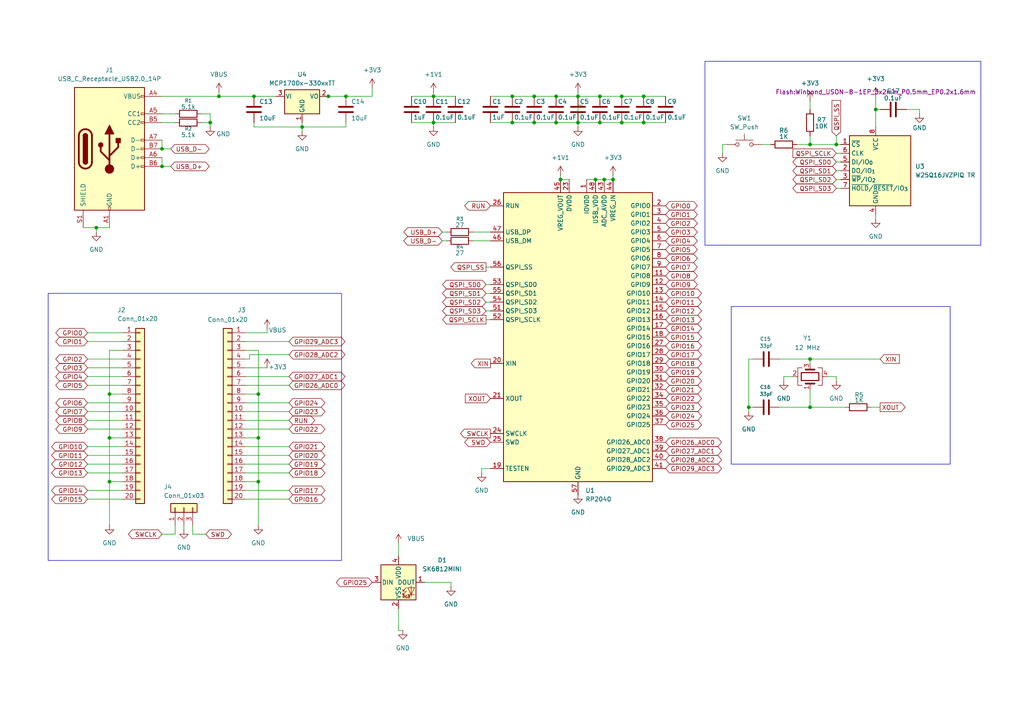
<source format=kicad_sch>
(kicad_sch (version 20250114) (generator "eeschema") (generator_version "9.0")
  (paper "A4")
  (lib_symbols
    (symbol "Connector:USB_C_Receptacle_USB2.0_14P" (pin_names (offset 1.016))
      (property "Reference" "J" (at 0 22.225 0))
      (property "Value" "USB_C_Receptacle_USB2.0_14P" (at 0 19.685 0))
      (symbol "USB_C_Receptacle_USB2.0_14P_1_1"
        (pin passive line (at -7.62 -22.86 90) (length 5.08) (name "SHIELD") (number "S1"))
        (pin passive line (at 0 -22.86 90) (length 5.08) (name "GND") (number "A1"))
        (pin passive line (at 0 -22.86 90) (length 5.08) (hide yes) (name "GND") (number "A12"))
        (pin passive line (at 0 -22.86 90) (length 5.08) (hide yes) (name "GND") (number "B1"))
        (pin passive line (at 0 -22.86 90) (length 5.08) (hide yes) (name "GND") (number "B12"))
        (pin passive line (at 15.24 15.24 180) (length 5.08) (name "VBUS") (number "A4"))
        (pin passive line (at 15.24 15.24 180) (length 5.08) (hide yes) (name "VBUS") (number "A9"))
        (pin passive line (at 15.24 15.24 180) (length 5.08) (hide yes) (name "VBUS") (number "B4"))
        (pin passive line (at 15.24 15.24 180) (length 5.08) (hide yes) (name "VBUS") (number "B9"))
        (pin bidirectional line (at 15.24 10.16 180) (length 5.08) (name "CC1") (number "A5"))
        (pin bidirectional line (at 15.24 7.62 180) (length 5.08) (name "CC2") (number "B5"))
        (pin bidirectional line (at 15.24 2.54 180) (length 5.08) (name "D-") (number "A7"))
        (pin bidirectional line (at 15.24 0 180) (length 5.08) (name "D-") (number "B7"))
        (pin bidirectional line (at 15.24 -2.54 180) (length 5.08) (name "D+") (number "A6"))
        (pin bidirectional line (at 15.24 -5.08 180) (length 5.08) (name "D+") (number "B6"))
      )
    )
    (symbol "Connector_Generic:Conn_01x03" (pin_names (offset 1.016) (hide yes))
      (property "Reference" "J" (at 0 5.08 0))
      (property "Value" "Conn_01x03" (at 0 -5.08 0))
      (symbol "Conn_01x03_1_1"
        (pin passive line (at -5.08 2.54 0) (length 3.81) (name "Pin_1") (number "1"))
        (pin passive line (at -5.08 0 0) (length 3.81) (name "Pin_2") (number "2"))
        (pin passive line (at -5.08 -2.54 0) (length 3.81) (name "Pin_3") (number "3"))
      )
    )
    (symbol "Connector_Generic:Conn_01x20" (pin_names (offset 1.016) (hide yes))
      (property "Reference" "J" (at 0 25.4 0))
      (property "Value" "Conn_01x20" (at 0 -27.94 0))
      (symbol "Conn_01x20_1_1"
        (pin passive line (at -5.08 22.86 0) (length 3.81) (name "Pin_1") (number "1"))
        (pin passive line (at -5.08 20.32 0) (length 3.81) (name "Pin_2") (number "2"))
        (pin passive line (at -5.08 17.78 0) (length 3.81) (name "Pin_3") (number "3"))
        (pin passive line (at -5.08 15.24 0) (length 3.81) (name "Pin_4") (number "4"))
        (pin passive line (at -5.08 12.7 0) (length 3.81) (name "Pin_5") (number "5"))
        (pin passive line (at -5.08 10.16 0) (length 3.81) (name "Pin_6") (number "6"))
        (pin passive line (at -5.08 7.62 0) (length 3.81) (name "Pin_7") (number "7"))
        (pin passive line (at -5.08 5.08 0) (length 3.81) (name "Pin_8") (number "8"))
        (pin passive line (at -5.08 2.54 0) (length 3.81) (name "Pin_9") (number "9"))
        (pin passive line (at -5.08 0 0) (length 3.81) (name "Pin_10") (number "10"))
        (pin passive line (at -5.08 -2.54 0) (length 3.81) (name "Pin_11") (number "11"))
        (pin passive line (at -5.08 -5.08 0) (length 3.81) (name "Pin_12") (number "12"))
        (pin passive line (at -5.08 -7.62 0) (length 3.81) (name "Pin_13") (number "13"))
        (pin passive line (at -5.08 -10.16 0) (length 3.81) (name "Pin_14") (number "14"))
        (pin passive line (at -5.08 -12.7 0) (length 3.81) (name "Pin_15") (number "15"))
        (pin passive line (at -5.08 -15.24 0) (length 3.81) (name "Pin_16") (number "16"))
        (pin passive line (at -5.08 -17.78 0) (length 3.81) (name "Pin_17") (number "17"))
        (pin passive line (at -5.08 -20.32 0) (length 3.81) (name "Pin_18") (number "18"))
        (pin passive line (at -5.08 -22.86 0) (length 3.81) (name "Pin_19") (number "19"))
        (pin passive line (at -5.08 -25.4 0) (length 3.81) (name "Pin_20") (number "20"))
      )
    )
    (symbol "Device:C" (pin_numbers (hide yes)) (pin_names (offset 0.254))
      (property "Reference" "C" (at 0.635 2.54 0))
      (property "Value" "C" (at 0.635 -2.54 0))
      (symbol "C_1_1"
        (pin passive line (at 0 3.81 270) (length 2.794) (name "~") (number "1"))
        (pin passive line (at 0 -3.81 90) (length 2.794) (name "~") (number "2"))
      )
    )
    (symbol "Device:Crystal_GND24" (pin_names (offset 1.016) (hide yes))
      (property "Reference" "Y" (at 3.175 5.08 0))
      (property "Value" "Crystal_GND24" (at 3.175 3.175 0))
      (symbol "Crystal_GND24_1_1"
        (pin passive line (at -3.81 0 0) (length 1.27) (name "1") (number "1"))
        (pin passive line (at 0 5.08 270) (length 1.27) (name "2") (number "2"))
        (pin passive line (at 0 -5.08 90) (length 1.27) (name "4") (number "4"))
        (pin passive line (at 3.81 0 180) (length 1.27) (name "3") (number "3"))
      )
    )
    (symbol "Device:R" (pin_numbers (hide yes)) (pin_names (offset 0))
      (property "Reference" "R" (at 2.032 0 90))
      (property "Value" "R" (at 0 0 90))
      (symbol "R_1_1"
        (pin passive line (at 0 3.81 270) (length 1.27) (name "~") (number "1"))
        (pin passive line (at 0 -3.81 90) (length 1.27) (name "~") (number "2"))
      )
    )
    (symbol "LED:SK6812MINI" (pin_names (offset 0.254))
      (property "Reference" "D" (at 5.08 5.715 0))
      (property "Value" "SK6812MINI" (at 1.27 -5.715 0))
      (symbol "SK6812MINI_0_0"
        (text "RGB" (at 2.286 -4.191 0) (effects (font (size 0.762 0.762))))
      )
      (symbol "SK6812MINI_1_1"
        (pin input line (at -7.62 0 0) (length 2.54) (name "DIN") (number "3"))
        (pin power_in line (at 0 7.62 270) (length 2.54) (name "VDD") (number "4"))
        (pin power_in line (at 0 -7.62 90) (length 2.54) (name "VSS") (number "2"))
        (pin output line (at 7.62 0 180) (length 2.54) (name "DOUT") (number "1"))
      )
    )
    (symbol "MCU_RaspberryPi:RP2040"
      (property "Reference" "U" (at 17.78 45.72 0))
      (property "Value" "RP2040" (at 17.78 43.18 0))
      (symbol "RP2040_1_1"
        (pin input line (at -25.4 38.1 0) (length 3.81) (name "RUN") (number "26"))
        (pin bidirectional line (at -25.4 30.48 0) (length 3.81) (name "USB_DP") (number "47"))
        (pin bidirectional line (at -25.4 27.94 0) (length 3.81) (name "USB_DM") (number "46"))
        (pin bidirectional line (at -25.4 20.32 0) (length 3.81) (name "QSPI_SS") (number "56"))
        (pin bidirectional line (at -25.4 15.24 0) (length 3.81) (name "QSPI_SD0") (number "53"))
        (pin bidirectional line (at -25.4 12.7 0) (length 3.81) (name "QSPI_SD1") (number "55"))
        (pin bidirectional line (at -25.4 10.16 0) (length 3.81) (name "QSPI_SD2") (number "54"))
        (pin bidirectional line (at -25.4 7.62 0) (length 3.81) (name "QSPI_SD3") (number "51"))
        (pin output line (at -25.4 5.08 0) (length 3.81) (name "QSPI_SCLK") (number "52"))
        (pin input line (at -25.4 -7.62 0) (length 3.81) (name "XIN") (number "20"))
        (pin passive line (at -25.4 -17.78 0) (length 3.81) (name "XOUT") (number "21"))
        (pin input line (at -25.4 -27.94 0) (length 3.81) (name "SWCLK") (number "24"))
        (pin bidirectional line (at -25.4 -30.48 0) (length 3.81) (name "SWD") (number "25"))
        (pin input line (at -25.4 -38.1 0) (length 3.81) (name "TESTEN") (number "19"))
        (pin power_out line (at -5.08 45.72 270) (length 3.81) (name "VREG_VOUT") (number "45"))
        (pin power_in line (at -2.54 45.72 270) (length 3.81) (name "DVDD") (number "23"))
        (pin passive line (at -2.54 45.72 270) (length 3.81) (hide yes) (name "DVDD") (number "50"))
        (pin power_in line (at 0 -45.72 90) (length 3.81) (name "GND") (number "57"))
        (pin power_in line (at 2.54 45.72 270) (length 3.81) (name "IOVDD") (number "1"))
        (pin passive line (at 2.54 45.72 270) (length 3.81) (hide yes) (name "IOVDD") (number "10"))
        (pin passive line (at 2.54 45.72 270) (length 3.81) (hide yes) (name "IOVDD") (number "22"))
        (pin passive line (at 2.54 45.72 270) (length 3.81) (hide yes) (name "IOVDD") (number "33"))
        (pin passive line (at 2.54 45.72 270) (length 3.81) (hide yes) (name "IOVDD") (number "42"))
        (pin passive line (at 2.54 45.72 270) (length 3.81) (hide yes) (name "IOVDD") (number "49"))
        (pin power_in line (at 5.08 45.72 270) (length 3.81) (name "USB_VDD") (number "48"))
        (pin power_in line (at 7.62 45.72 270) (length 3.81) (name "ADC_AVDD") (number "43"))
        (pin power_in line (at 10.16 45.72 270) (length 3.81) (name "VREG_IN") (number "44"))
        (pin bidirectional line (at 25.4 38.1 180) (length 3.81) (name "GPIO0") (number "2"))
        (pin bidirectional line (at 25.4 35.56 180) (length 3.81) (name "GPIO1") (number "3"))
        (pin bidirectional line (at 25.4 33.02 180) (length 3.81) (name "GPIO2") (number "4"))
        (pin bidirectional line (at 25.4 30.48 180) (length 3.81) (name "GPIO3") (number "5"))
        (pin bidirectional line (at 25.4 27.94 180) (length 3.81) (name "GPIO4") (number "6"))
        (pin bidirectional line (at 25.4 25.4 180) (length 3.81) (name "GPIO5") (number "7"))
        (pin bidirectional line (at 25.4 22.86 180) (length 3.81) (name "GPIO6") (number "8"))
        (pin bidirectional line (at 25.4 20.32 180) (length 3.81) (name "GPIO7") (number "9"))
        (pin bidirectional line (at 25.4 17.78 180) (length 3.81) (name "GPIO8") (number "11"))
        (pin bidirectional line (at 25.4 15.24 180) (length 3.81) (name "GPIO9") (number "12"))
        (pin bidirectional line (at 25.4 12.7 180) (length 3.81) (name "GPIO10") (number "13"))
        (pin bidirectional line (at 25.4 10.16 180) (length 3.81) (name "GPIO11") (number "14"))
        (pin bidirectional line (at 25.4 7.62 180) (length 3.81) (name "GPIO12") (number "15"))
        (pin bidirectional line (at 25.4 5.08 180) (length 3.81) (name "GPIO13") (number "16"))
        (pin bidirectional line (at 25.4 2.54 180) (length 3.81) (name "GPIO14") (number "17"))
        (pin bidirectional line (at 25.4 0 180) (length 3.81) (name "GPIO15") (number "18"))
        (pin bidirectional line (at 25.4 -2.54 180) (length 3.81) (name "GPIO16") (number "27"))
        (pin bidirectional line (at 25.4 -5.08 180) (length 3.81) (name "GPIO17") (number "28"))
        (pin bidirectional line (at 25.4 -7.62 180) (length 3.81) (name "GPIO18") (number "29"))
        (pin bidirectional line (at 25.4 -10.16 180) (length 3.81) (name "GPIO19") (number "30"))
        (pin bidirectional line (at 25.4 -12.7 180) (length 3.81) (name "GPIO20") (number "31"))
        (pin bidirectional line (at 25.4 -15.24 180) (length 3.81) (name "GPIO21") (number "32"))
        (pin bidirectional line (at 25.4 -17.78 180) (length 3.81) (name "GPIO22") (number "34"))
        (pin bidirectional line (at 25.4 -20.32 180) (length 3.81) (name "GPIO23") (number "35"))
        (pin bidirectional line (at 25.4 -22.86 180) (length 3.81) (name "GPIO24") (number "36"))
        (pin bidirectional line (at 25.4 -25.4 180) (length 3.81) (name "GPIO25") (number "37"))
        (pin bidirectional line (at 25.4 -30.48 180) (length 3.81) (name "GPIO26_ADC0") (number "38"))
        (pin bidirectional line (at 25.4 -33.02 180) (length 3.81) (name "GPIO27_ADC1") (number "39"))
        (pin bidirectional line (at 25.4 -35.56 180) (length 3.81) (name "GPIO28_ADC2") (number "40"))
        (pin bidirectional line (at 25.4 -38.1 180) (length 3.81) (name "GPIO29_ADC3") (number "41"))
      )
    )
    (symbol "Memory_Flash:W25Q128JVS"
      (property "Reference" "U" (at -6.35 11.43 0))
      (property "Value" "W25Q128JVS" (at 7.62 11.43 0))
      (symbol "W25Q128JVS_1_1"
        (pin input line (at -10.16 7.62 0) (length 2.54) (name "~{CS}") (number "1"))
        (pin input line (at -10.16 5.08 0) (length 2.54) (name "CLK") (number "6"))
        (pin bidirectional line (at -10.16 2.54 0) (length 2.54) (name "DI/IO_{0}") (number "5"))
        (pin bidirectional line (at -10.16 0 0) (length 2.54) (name "DO/IO_{1}") (number "2"))
        (pin bidirectional line (at -10.16 -2.54 0) (length 2.54) (name "~{WP}/IO_{2}") (number "3"))
        (pin bidirectional line (at -10.16 -5.08 0) (length 2.54) (name "~{HOLD}/~{RESET}/IO_{3}") (number "7"))
        (pin power_in line (at 0 12.7 270) (length 2.54) (name "VCC") (number "8"))
        (pin power_in line (at 0 -12.7 90) (length 2.54) (name "GND") (number "4"))
      )
    )
    (symbol "Regulator_Linear:MCP1700x-330xxTT" (pin_names (offset 0.254))
      (property "Reference" "U" (at -3.81 3.175 0))
      (property "Value" "MCP1700x-330xxTT" (at 0 3.175 0))
      (symbol "MCP1700x-330xxTT_1_1"
        (pin power_in line (at -7.62 0 0) (length 2.54) (name "VI") (number "3"))
        (pin power_in line (at 0 -7.62 90) (length 2.54) (name "GND") (number "1"))
        (pin power_out line (at 7.62 0 180) (length 2.54) (name "VO") (number "2"))
      )
    )
    (symbol "Switch:SW_Push" (pin_numbers (hide yes)) (pin_names (offset 1.016) (hide yes))
      (property "Reference" "SW" (at 1.27 2.54 0))
      (property "Value" "SW_Push" (at 0 -1.524 0))
      (symbol "SW_Push_0_1"
        (pin passive line (at -5.08 0 0) (length 2.54) (name "1") (number "1"))
        (pin passive line (at 5.08 0 180) (length 2.54) (name "2") (number "2"))
      )
    )
    (symbol "power:+1V1" (power) (pin_numbers (hide yes)) (pin_names (offset 0) (hide yes))
      (property "Value" "+1V1" (at 0 3.556 0))
      (symbol "+1V1_1_1"
        (pin power_in line (at 0 0 90) (length 0) (name "~") (number "1"))
      )
    )
    (symbol "power:+3.3V" (power) (pin_numbers (hide yes)) (pin_names (offset 0) (hide yes))
      (property "Value" "+3.3V" (at 0 3.556 0))
      (symbol "+3.3V_1_1"
        (pin power_in line (at 0 0 90) (length 0) (name "~") (number "1"))
      )
    )
    (symbol "power:+3V3" (power) (pin_numbers (hide yes)) (pin_names (offset 0) (hide yes))
      (property "Value" "+3V3" (at 0 3.556 0))
      (symbol "+3V3_1_1"
        (pin power_in line (at 0 0 90) (length 0) (name "~") (number "1"))
      )
    )
    (symbol "power:GND" (power) (pin_numbers (hide yes)) (pin_names (offset 0) (hide yes))
      (property "Value" "GND" (at 0 -3.81 0))
      (symbol "GND_1_1"
        (pin power_in line (at 0 0 270) (length 0) (name "~") (number "1"))
      )
    )
    (symbol "power:VBUS" (power) (pin_numbers (hide yes)) (pin_names (offset 0) (hide yes))
      (property "Value" "VBUS" (at 0 3.556 0))
      (symbol "VBUS_1_1"
        (pin power_in line (at 0 0 90) (length 0) (name "~") (number "1"))
      )
    )
  )
  (rectangle (start 212.09 88.9) (end 275.59 134.62))
  (rectangle (start 13.97 85.09) (end 99.06 162.56))
  (rectangle (start 204.47 17.78) (end 284.48 71.12))
  (junction (at 254 31.75))
  (junction (at 161.29 27.94))
  (junction (at 175.26 52.07))
  (junction (at 161.29 35.56))
  (junction (at 177.8 52.07))
  (junction (at 100.33 27.94))
  (junction (at 234.95 118.11))
  (junction (at 180.34 35.56))
  (junction (at 27.94 66.04))
  (junction (at 31.75 114.3))
  (junction (at 180.34 27.94))
  (junction (at 46.99 48.26))
  (junction (at 63.5 27.94))
  (junction (at 234.95 104.14))
  (junction (at 74.93 114.3))
  (junction (at 95.25 27.94))
  (junction (at 186.69 35.56))
  (junction (at 173.99 35.56))
  (junction (at 148.59 27.94))
  (junction (at 87.63 36.83))
  (junction (at 74.93 127))
  (junction (at 74.93 139.7))
  (junction (at 242.57 41.91))
  (junction (at 154.94 27.94))
  (junction (at 162.56 52.07))
  (junction (at 46.99 43.18))
  (junction (at 186.69 27.94))
  (junction (at 167.64 35.56))
  (junction (at 31.75 139.7))
  (junction (at 60.96 35.56))
  (junction (at 148.59 35.56))
  (junction (at 234.95 41.91))
  (junction (at 217.17 118.11))
  (junction (at 167.64 27.94))
  (junction (at 125.73 35.56))
  (junction (at 31.75 127))
  (junction (at 154.94 35.56))
  (junction (at 173.99 27.94))
  (junction (at 172.72 52.07))
  (junction (at 73.66 27.94))
  (junction (at 125.73 27.94))
  (wire (pts (xy 177.8 50.8) (xy 177.8 52.07)))
  (wire (pts (xy 74.93 101.6) (xy 74.93 114.3)))
  (wire (pts (xy 25.4 134.62) (xy 35.56 134.62)))
  (wire (pts (xy 161.29 35.56) (xy 167.64 35.56)))
  (wire (pts (xy 137.16 67.31) (xy 142.24 67.31)))
  (wire (pts (xy 148.59 27.94) (xy 154.94 27.94)))
  (wire (pts (xy 35.56 139.7) (xy 31.75 139.7)))
  (wire (pts (xy 107.95 25.4) (xy 107.95 27.94)))
  (wire (pts (xy 71.12 106.68) (xy 77.47 106.68)))
  (wire (pts (xy 24.13 66.04) (xy 27.94 66.04)))
  (wire (pts (xy 242.57 44.45) (xy 243.84 44.45)))
  (wire (pts (xy 220.98 41.91) (xy 223.52 41.91)))
  (wire (pts (xy 140.97 85.09) (xy 142.24 85.09)))
  (wire (pts (xy 25.4 142.24) (xy 35.56 142.24)))
  (wire (pts (xy 170.18 52.07) (xy 172.72 52.07)))
  (wire (pts (xy 130.81 168.91) (xy 130.81 170.18)))
  (wire (pts (xy 262.89 31.75) (xy 266.7 31.75)))
  (wire (pts (xy 242.57 41.91) (xy 243.84 41.91)))
  (wire (pts (xy 115.57 176.53) (xy 115.57 182.88)))
  (wire (pts (xy 186.69 35.56) (xy 193.04 35.56)))
  (wire (pts (xy 46.99 33.02) (xy 50.8 33.02)))
  (wire (pts (xy 83.82 134.62) (xy 71.12 134.62)))
  (wire (pts (xy 71.12 127) (xy 74.93 127)))
  (wire (pts (xy 173.99 27.94) (xy 180.34 27.94)))
  (wire (pts (xy 125.73 27.94) (xy 132.08 27.94)))
  (wire (pts (xy 83.82 142.24) (xy 71.12 142.24)))
  (wire (pts (xy 125.73 35.56) (xy 132.08 35.56)))
  (wire (pts (xy 60.96 35.56) (xy 60.96 36.83)))
  (wire (pts (xy 27.94 66.04) (xy 31.75 66.04)))
  (wire (pts (xy 25.4 137.16) (xy 35.56 137.16)))
  (wire (pts (xy 50.8 152.4) (xy 50.8 154.94)))
  (wire (pts (xy 83.82 116.84) (xy 71.12 116.84)))
  (wire (pts (xy 234.95 104.14) (xy 234.95 105.41)))
  (wire (pts (xy 172.72 52.07) (xy 175.26 52.07)))
  (wire (pts (xy 25.4 104.14) (xy 35.56 104.14)))
  (wire (pts (xy 162.56 52.07) (xy 165.1 52.07)))
  (wire (pts (xy 55.88 154.94) (xy 59.69 154.94)))
  (wire (pts (xy 73.66 36.83) (xy 87.63 36.83)))
  (wire (pts (xy 140.97 92.71) (xy 142.24 92.71)))
  (wire (pts (xy 229.87 109.22) (xy 227.33 109.22)))
  (wire (pts (xy 242.57 49.53) (xy 243.84 49.53)))
  (wire (pts (xy 173.99 35.56) (xy 180.34 35.56)))
  (wire (pts (xy 25.4 111.76) (xy 35.56 111.76)))
  (wire (pts (xy 128.27 67.31) (xy 129.54 67.31)))
  (wire (pts (xy 175.26 52.07) (xy 177.8 52.07)))
  (wire (pts (xy 167.64 26.67) (xy 167.64 27.94)))
  (wire (pts (xy 209.55 41.91) (xy 209.55 44.45)))
  (wire (pts (xy 115.57 182.88) (xy 116.84 182.88)))
  (wire (pts (xy 46.99 43.18) (xy 49.53 43.18)))
  (wire (pts (xy 142.24 27.94) (xy 148.59 27.94)))
  (wire (pts (xy 234.95 39.37) (xy 234.95 41.91)))
  (wire (pts (xy 46.99 48.26) (xy 49.53 48.26)))
  (wire (pts (xy 123.19 168.91) (xy 130.81 168.91)))
  (wire (pts (xy 217.17 118.11) (xy 217.17 119.38)))
  (wire (pts (xy 254 31.75) (xy 255.27 31.75)))
  (wire (pts (xy 46.99 154.94) (xy 50.8 154.94)))
  (wire (pts (xy 242.57 46.99) (xy 243.84 46.99)))
  (wire (pts (xy 167.64 30.48) (xy 168.91 30.48)))
  (wire (pts (xy 25.4 106.68) (xy 35.56 106.68)))
  (wire (pts (xy 217.17 104.14) (xy 218.44 104.14)))
  (wire (pts (xy 167.64 35.56) (xy 167.64 36.83)))
  (wire (pts (xy 234.95 41.91) (xy 242.57 41.91)))
  (wire (pts (xy 31.75 114.3) (xy 31.75 127)))
  (wire (pts (xy 231.14 41.91) (xy 234.95 41.91)))
  (wire (pts (xy 125.73 35.56) (xy 125.73 36.83)))
  (wire (pts (xy 242.57 52.07) (xy 243.84 52.07)))
  (wire (pts (xy 25.4 121.92) (xy 35.56 121.92)))
  (wire (pts (xy 142.24 135.89) (xy 139.7 135.89)))
  (wire (pts (xy 83.82 121.92) (xy 71.12 121.92)))
  (wire (pts (xy 60.96 33.02) (xy 60.96 35.56)))
  (wire (pts (xy 63.5 26.67) (xy 63.5 27.94)))
  (wire (pts (xy 266.7 31.75) (xy 266.7 33.02)))
  (wire (pts (xy 242.57 39.37) (xy 242.57 41.91)))
  (wire (pts (xy 25.4 129.54) (xy 35.56 129.54)))
  (wire (pts (xy 162.56 50.8) (xy 162.56 52.07)))
  (wire (pts (xy 53.34 152.4) (xy 53.34 153.67)))
  (wire (pts (xy 25.4 124.46) (xy 35.56 124.46)))
  (wire (pts (xy 128.27 69.85) (xy 129.54 69.85)))
  (wire (pts (xy 83.82 119.38) (xy 71.12 119.38)))
  (wire (pts (xy 77.47 95.25) (xy 77.47 96.52)))
  (wire (pts (xy 234.95 113.03) (xy 234.95 118.11)))
  (wire (pts (xy 25.4 99.06) (xy 35.56 99.06)))
  (wire (pts (xy 46.99 40.64) (xy 46.99 43.18)))
  (wire (pts (xy 161.29 27.94) (xy 167.64 27.94)))
  (wire (pts (xy 71.12 139.7) (xy 74.93 139.7)))
  (wire (pts (xy 167.64 35.56) (xy 167.64 30.48)))
  (wire (pts (xy 240.03 109.22) (xy 242.57 109.22)))
  (wire (pts (xy 254 31.75) (xy 254 36.83)))
  (wire (pts (xy 58.42 33.02) (xy 60.96 33.02)))
  (wire (pts (xy 167.64 35.56) (xy 173.99 35.56)))
  (wire (pts (xy 31.75 101.6) (xy 31.75 114.3)))
  (wire (pts (xy 92.71 27.94) (xy 95.25 27.94)))
  (wire (pts (xy 83.82 102.87) (xy 72.39 102.87)))
  (wire (pts (xy 226.06 104.14) (xy 234.95 104.14)))
  (wire (pts (xy 137.16 69.85) (xy 142.24 69.85)))
  (wire (pts (xy 83.82 144.78) (xy 71.12 144.78)))
  (wire (pts (xy 217.17 118.11) (xy 217.17 104.14)))
  (wire (pts (xy 100.33 35.56) (xy 100.33 36.83)))
  (wire (pts (xy 234.95 104.14) (xy 255.27 104.14)))
  (wire (pts (xy 87.63 36.83) (xy 100.33 36.83)))
  (wire (pts (xy 35.56 101.6) (xy 31.75 101.6)))
  (wire (pts (xy 140.97 87.63) (xy 142.24 87.63)))
  (wire (pts (xy 87.63 36.83) (xy 87.63 38.1)))
  (wire (pts (xy 167.64 27.94) (xy 173.99 27.94)))
  (wire (pts (xy 119.38 35.56) (xy 125.73 35.56)))
  (wire (pts (xy 180.34 35.56) (xy 186.69 35.56)))
  (wire (pts (xy 100.33 27.94) (xy 107.95 27.94)))
  (wire (pts (xy 31.75 127) (xy 31.75 139.7)))
  (wire (pts (xy 234.95 118.11) (xy 245.11 118.11)))
  (wire (pts (xy 87.63 35.56) (xy 87.63 36.83)))
  (wire (pts (xy 142.24 35.56) (xy 148.59 35.56)))
  (wire (pts (xy 180.34 27.94) (xy 186.69 27.94)))
  (wire (pts (xy 73.66 36.83) (xy 73.66 35.56)))
  (wire (pts (xy 72.39 104.14) (xy 71.12 104.14)))
  (wire (pts (xy 83.82 111.76) (xy 71.12 111.76)))
  (wire (pts (xy 83.82 137.16) (xy 71.12 137.16)))
  (wire (pts (xy 74.93 127) (xy 74.93 139.7)))
  (wire (pts (xy 218.44 118.11) (xy 217.17 118.11)))
  (wire (pts (xy 95.25 27.94) (xy 100.33 27.94)))
  (wire (pts (xy 25.4 96.52) (xy 35.56 96.52)))
  (wire (pts (xy 83.82 129.54) (xy 71.12 129.54)))
  (wire (pts (xy 139.7 135.89) (xy 139.7 137.16)))
  (wire (pts (xy 140.97 77.47) (xy 142.24 77.47)))
  (wire (pts (xy 115.57 157.48) (xy 115.57 161.29)))
  (wire (pts (xy 71.12 114.3) (xy 74.93 114.3)))
  (wire (pts (xy 119.38 27.94) (xy 125.73 27.94)))
  (wire (pts (xy 73.66 27.94) (xy 80.01 27.94)))
  (wire (pts (xy 242.57 54.61) (xy 243.84 54.61)))
  (wire (pts (xy 140.97 90.17) (xy 142.24 90.17)))
  (wire (pts (xy 60.96 35.56) (xy 58.42 35.56)))
  (wire (pts (xy 83.82 124.46) (xy 71.12 124.46)))
  (wire (pts (xy 242.57 110.49) (xy 242.57 109.22)))
  (wire (pts (xy 35.56 127) (xy 31.75 127)))
  (wire (pts (xy 31.75 114.3) (xy 35.56 114.3)))
  (wire (pts (xy 72.39 102.87) (xy 72.39 104.14)))
  (wire (pts (xy 27.94 67.31) (xy 27.94 66.04)))
  (wire (pts (xy 25.4 132.08) (xy 35.56 132.08)))
  (wire (pts (xy 140.97 82.55) (xy 142.24 82.55)))
  (wire (pts (xy 74.93 114.3) (xy 74.93 127)))
  (wire (pts (xy 31.75 139.7) (xy 31.75 152.4)))
  (wire (pts (xy 252.73 118.11) (xy 255.27 118.11)))
  (wire (pts (xy 46.99 45.72) (xy 46.99 48.26)))
  (wire (pts (xy 154.94 27.94) (xy 161.29 27.94)))
  (wire (pts (xy 25.4 144.78) (xy 35.56 144.78)))
  (wire (pts (xy 25.4 116.84) (xy 35.56 116.84)))
  (wire (pts (xy 25.4 119.38) (xy 35.56 119.38)))
  (wire (pts (xy 227.33 109.22) (xy 227.33 110.49)))
  (wire (pts (xy 234.95 29.21) (xy 234.95 31.75)))
  (wire (pts (xy 83.82 132.08) (xy 71.12 132.08)))
  (wire (pts (xy 83.82 99.06) (xy 71.12 99.06)))
  (wire (pts (xy 71.12 96.52) (xy 77.47 96.52)))
  (wire (pts (xy 186.69 27.94) (xy 193.04 27.94)))
  (wire (pts (xy 25.4 109.22) (xy 35.56 109.22)))
  (wire (pts (xy 46.99 27.94) (xy 63.5 27.94)))
  (wire (pts (xy 55.88 152.4) (xy 55.88 154.94)))
  (wire (pts (xy 226.06 118.11) (xy 234.95 118.11)))
  (wire (pts (xy 83.82 109.22) (xy 71.12 109.22)))
  (wire (pts (xy 63.5 27.94) (xy 73.66 27.94)))
  (wire (pts (xy 74.93 139.7) (xy 74.93 152.4)))
  (wire (pts (xy 254 27.94) (xy 254 31.75)))
  (wire (pts (xy 74.93 101.6) (xy 71.12 101.6)))
  (wire (pts (xy 154.94 35.56) (xy 161.29 35.56)))
  (wire (pts (xy 210.82 41.91) (xy 209.55 41.91)))
  (wire (pts (xy 46.99 35.56) (xy 50.8 35.56)))
  (wire (pts (xy 148.59 35.56) (xy 154.94 35.56)))
  (wire (pts (xy 254 62.23) (xy 254 63.5)))
  (wire (pts (xy 125.73 26.67) (xy 125.73 27.94)))
  (global_label "USB_D-" (shape bidirectional) (at 128.27 69.85 180) (property "Intersheetrefs" "${INTERSHEET_REFS}" (effects (hide yes))))
  (global_label "QSPI_SCLK" (shape input) (at 242.57 44.45 180) (property "Intersheetrefs" "${INTERSHEET_REFS}" (effects (hide yes))))
  (global_label "QSPI_SD0" (shape bidirectional) (at 242.57 46.99 180) (property "Intersheetrefs" "${INTERSHEET_REFS}" (effects (hide yes))))
  (global_label "GPIO14" (shape bidirectional) (at 193.04 95.25 0) (property "Intersheetrefs" "${INTERSHEET_REFS}" (effects (hide yes))))
  (global_label "GPIO11" (shape bidirectional) (at 25.4 132.08 180) (property "Intersheetrefs" "${INTERSHEET_REFS}" (effects (hide yes))))
  (global_label "SWD" (shape bidirectional) (at 142.24 128.27 180) (property "Intersheetrefs" "${INTERSHEET_REFS}" (effects (hide yes))))
  (global_label "GPIO2" (shape bidirectional) (at 193.04 64.77 0) (property "Intersheetrefs" "${INTERSHEET_REFS}" (effects (hide yes))))
  (global_label "GPIO17" (shape bidirectional) (at 193.04 102.87 0) (property "Intersheetrefs" "${INTERSHEET_REFS}" (effects (hide yes))))
  (global_label "QSPI_SD2" (shape bidirectional) (at 242.57 52.07 180) (property "Intersheetrefs" "${INTERSHEET_REFS}" (effects (hide yes))))
  (global_label "GPIO5" (shape bidirectional) (at 193.04 72.39 0) (property "Intersheetrefs" "${INTERSHEET_REFS}" (effects (hide yes))))
  (global_label "QSPI_SD2" (shape bidirectional) (at 140.97 87.63 180) (property "Intersheetrefs" "${INTERSHEET_REFS}" (effects (hide yes))))
  (global_label "USB_D+" (shape bidirectional) (at 128.27 67.31 180) (property "Intersheetrefs" "${INTERSHEET_REFS}" (effects (hide yes))))
  (global_label "GPIO24" (shape bidirectional) (at 83.82 116.84 0) (property "Intersheetrefs" "${INTERSHEET_REFS}" (effects (hide yes))))
  (global_label "GPIO4" (shape bidirectional) (at 193.04 69.85 0) (property "Intersheetrefs" "${INTERSHEET_REFS}" (effects (hide yes))))
  (global_label "GPIO7" (shape bidirectional) (at 193.04 77.47 0) (property "Intersheetrefs" "${INTERSHEET_REFS}" (effects (hide yes))))
  (global_label "GPIO26_ADC0" (shape bidirectional) (at 193.04 128.27 0) (property "Intersheetrefs" "${INTERSHEET_REFS}" (effects (hide yes))))
  (global_label "GPIO17" (shape bidirectional) (at 83.82 142.24 0) (property "Intersheetrefs" "${INTERSHEET_REFS}" (effects (hide yes))))
  (global_label "GPIO20" (shape bidirectional) (at 83.82 132.08 0) (property "Intersheetrefs" "${INTERSHEET_REFS}" (effects (hide yes))))
  (global_label "GPIO12" (shape bidirectional) (at 193.04 90.17 0) (property "Intersheetrefs" "${INTERSHEET_REFS}" (effects (hide yes))))
  (global_label "RUN" (shape bidirectional) (at 142.24 59.69 180) (property "Intersheetrefs" "${INTERSHEET_REFS}" (effects (hide yes))))
  (global_label "GPIO10" (shape bidirectional) (at 25.4 129.54 180) (property "Intersheetrefs" "${INTERSHEET_REFS}" (effects (hide yes))))
  (global_label "GPIO18" (shape bidirectional) (at 83.82 137.16 0) (property "Intersheetrefs" "${INTERSHEET_REFS}" (effects (hide yes))))
  (global_label "GPIO5" (shape bidirectional) (at 25.4 111.76 180) (property "Intersheetrefs" "${INTERSHEET_REFS}" (effects (hide yes))))
  (global_label "USB_D-" (shape bidirectional) (at 49.53 43.18 0) (property "Intersheetrefs" "${INTERSHEET_REFS}" (effects (hide yes))))
  (global_label "GPIO18" (shape bidirectional) (at 193.04 105.41 0) (property "Intersheetrefs" "${INTERSHEET_REFS}" (effects (hide yes))))
  (global_label "GPIO1" (shape bidirectional) (at 193.04 62.23 0) (property "Intersheetrefs" "${INTERSHEET_REFS}" (effects (hide yes))))
  (global_label "GPIO25" (shape bidirectional) (at 107.95 168.91 180) (property "Intersheetrefs" "${INTERSHEET_REFS}" (effects (hide yes))))
  (global_label "SWCLK" (shape output) (at 142.24 125.73 180) (property "Intersheetrefs" "${INTERSHEET_REFS}" (effects (hide yes))))
  (global_label "GPIO7" (shape bidirectional) (at 25.4 119.38 180) (property "Intersheetrefs" "${INTERSHEET_REFS}" (effects (hide yes))))
  (global_label "GPIO27_ADC1" (shape bidirectional) (at 83.82 109.22 0) (property "Intersheetrefs" "${INTERSHEET_REFS}" (effects (hide yes))))
  (global_label "GPIO21" (shape bidirectional) (at 83.82 129.54 0) (property "Intersheetrefs" "${INTERSHEET_REFS}" (effects (hide yes))))
  (global_label "GPIO15" (shape bidirectional) (at 193.04 97.79 0) (property "Intersheetrefs" "${INTERSHEET_REFS}" (effects (hide yes))))
  (global_label "QSPI_SD0" (shape bidirectional) (at 140.97 82.55 180) (property "Intersheetrefs" "${INTERSHEET_REFS}" (effects (hide yes))))
  (global_label "QSPI_SD1" (shape bidirectional) (at 242.57 49.53 180) (property "Intersheetrefs" "${INTERSHEET_REFS}" (effects (hide yes))))
  (global_label "QSPI_SD3" (shape bidirectional) (at 140.97 90.17 180) (property "Intersheetrefs" "${INTERSHEET_REFS}" (effects (hide yes))))
  (global_label "GPIO9" (shape bidirectional) (at 25.4 124.46 180) (property "Intersheetrefs" "${INTERSHEET_REFS}" (effects (hide yes))))
  (global_label "GPIO0" (shape bidirectional) (at 25.4 96.52 180) (property "Intersheetrefs" "${INTERSHEET_REFS}" (effects (hide yes))))
  (global_label "XIN" (shape output) (at 142.24 105.41 180) (property "Intersheetrefs" "${INTERSHEET_REFS}" (effects (hide yes))))
  (global_label "GPIO3" (shape bidirectional) (at 193.04 67.31 0) (property "Intersheetrefs" "${INTERSHEET_REFS}" (effects (hide yes))))
  (global_label "GPIO16" (shape bidirectional) (at 83.82 144.78 0) (property "Intersheetrefs" "${INTERSHEET_REFS}" (effects (hide yes))))
  (global_label "GPIO19" (shape bidirectional) (at 83.82 134.62 0) (property "Intersheetrefs" "${INTERSHEET_REFS}" (effects (hide yes))))
  (global_label "QSPI_SCLK" (shape output) (at 140.97 92.71 180) (property "Intersheetrefs" "${INTERSHEET_REFS}" (effects (hide yes))))
  (global_label "GPIO6" (shape bidirectional) (at 193.04 74.93 0) (property "Intersheetrefs" "${INTERSHEET_REFS}" (effects (hide yes))))
  (global_label "GPIO12" (shape bidirectional) (at 25.4 134.62 180) (property "Intersheetrefs" "${INTERSHEET_REFS}" (effects (hide yes))))
  (global_label "SWD" (shape bidirectional) (at 59.69 154.94 0) (property "Intersheetrefs" "${INTERSHEET_REFS}" (effects (hide yes))))
  (global_label "GPIO28_ADC2" (shape bidirectional) (at 193.04 133.35 0) (property "Intersheetrefs" "${INTERSHEET_REFS}" (effects (hide yes))))
  (global_label "QSPI_SS" (shape input) (at 242.57 39.37 90) (property "Intersheetrefs" "${INTERSHEET_REFS}" (effects (hide yes))))
  (global_label "GPIO1" (shape bidirectional) (at 25.4 99.06 180) (property "Intersheetrefs" "${INTERSHEET_REFS}" (effects (hide yes))))
  (global_label "GPIO15" (shape bidirectional) (at 25.4 144.78 180) (property "Intersheetrefs" "${INTERSHEET_REFS}" (effects (hide yes))))
  (global_label "GPIO10" (shape bidirectional) (at 193.04 85.09 0) (property "Intersheetrefs" "${INTERSHEET_REFS}" (effects (hide yes))))
  (global_label "GPIO22" (shape bidirectional) (at 193.04 115.57 0) (property "Intersheetrefs" "${INTERSHEET_REFS}" (effects (hide yes))))
  (global_label "GPIO16" (shape bidirectional) (at 193.04 100.33 0) (property "Intersheetrefs" "${INTERSHEET_REFS}" (effects (hide yes))))
  (global_label "GPIO22" (shape bidirectional) (at 83.82 124.46 0) (property "Intersheetrefs" "${INTERSHEET_REFS}" (effects (hide yes))))
  (global_label "GPIO28_ADC2" (shape bidirectional) (at 83.82 102.87 0) (property "Intersheetrefs" "${INTERSHEET_REFS}" (effects (hide yes))))
  (global_label "GPIO4" (shape bidirectional) (at 25.4 109.22 180) (property "Intersheetrefs" "${INTERSHEET_REFS}" (effects (hide yes))))
  (global_label "XIN" (shape input) (at 255.27 104.14 0) (property "Intersheetrefs" "${INTERSHEET_REFS}" (effects (hide yes))))
  (global_label "GPIO29_ADC3" (shape bidirectional) (at 193.04 135.89 0) (property "Intersheetrefs" "${INTERSHEET_REFS}" (effects (hide yes))))
  (global_label "XOUT" (shape input) (at 142.24 115.57 180) (property "Intersheetrefs" "${INTERSHEET_REFS}" (effects (hide yes))))
  (global_label "GPIO13" (shape bidirectional) (at 193.04 92.71 0) (property "Intersheetrefs" "${INTERSHEET_REFS}" (effects (hide yes))))
  (global_label "GPIO8" (shape bidirectional) (at 25.4 121.92 180) (property "Intersheetrefs" "${INTERSHEET_REFS}" (effects (hide yes))))
  (global_label "GPIO23" (shape bidirectional) (at 193.04 118.11 0) (property "Intersheetrefs" "${INTERSHEET_REFS}" (effects (hide yes))))
  (global_label "GPIO8" (shape bidirectional) (at 193.04 80.01 0) (property "Intersheetrefs" "${INTERSHEET_REFS}" (effects (hide yes))))
  (global_label "GPIO25" (shape bidirectional) (at 193.04 123.19 0) (property "Intersheetrefs" "${INTERSHEET_REFS}" (effects (hide yes))))
  (global_label "RUN" (shape bidirectional) (at 83.82 121.92 0) (property "Intersheetrefs" "${INTERSHEET_REFS}" (effects (hide yes))))
  (global_label "GPIO3" (shape bidirectional) (at 25.4 106.68 180) (property "Intersheetrefs" "${INTERSHEET_REFS}" (effects (hide yes))))
  (global_label "GPIO29_ADC3" (shape bidirectional) (at 83.82 99.06 0) (property "Intersheetrefs" "${INTERSHEET_REFS}" (effects (hide yes))))
  (global_label "GPIO0" (shape bidirectional) (at 193.04 59.69 0) (property "Intersheetrefs" "${INTERSHEET_REFS}" (effects (hide yes))))
  (global_label "XOUT" (shape output) (at 255.27 118.11 0) (property "Intersheetrefs" "${INTERSHEET_REFS}" (effects (hide yes))))
  (global_label "QSPI_SS" (shape output) (at 140.97 77.47 180) (property "Intersheetrefs" "${INTERSHEET_REFS}" (effects (hide yes))))
  (global_label "GPIO9" (shape bidirectional) (at 193.04 82.55 0) (property "Intersheetrefs" "${INTERSHEET_REFS}" (effects (hide yes))))
  (global_label "GPIO2" (shape bidirectional) (at 25.4 104.14 180) (property "Intersheetrefs" "${INTERSHEET_REFS}" (effects (hide yes))))
  (global_label "GPIO11" (shape bidirectional) (at 193.04 87.63 0) (property "Intersheetrefs" "${INTERSHEET_REFS}" (effects (hide yes))))
  (global_label "GPIO6" (shape bidirectional) (at 25.4 116.84 180) (property "Intersheetrefs" "${INTERSHEET_REFS}" (effects (hide yes))))
  (global_label "QSPI_SD1" (shape bidirectional) (at 140.97 85.09 180) (property "Intersheetrefs" "${INTERSHEET_REFS}" (effects (hide yes))))
  (global_label "USB_D+" (shape bidirectional) (at 49.53 48.26 0) (property "Intersheetrefs" "${INTERSHEET_REFS}" (effects (hide yes))))
  (global_label "GPIO14" (shape bidirectional) (at 25.4 142.24 180) (property "Intersheetrefs" "${INTERSHEET_REFS}" (effects (hide yes))))
  (global_label "GPIO27_ADC1" (shape bidirectional) (at 193.04 130.81 0) (property "Intersheetrefs" "${INTERSHEET_REFS}" (effects (hide yes))))
  (global_label "GPIO13" (shape bidirectional) (at 25.4 137.16 180) (property "Intersheetrefs" "${INTERSHEET_REFS}" (effects (hide yes))))
  (global_label "GPIO19" (shape bidirectional) (at 193.04 107.95 0) (property "Intersheetrefs" "${INTERSHEET_REFS}" (effects (hide yes))))
  (global_label "QSPI_SD3" (shape bidirectional) (at 242.57 54.61 180) (property "Intersheetrefs" "${INTERSHEET_REFS}" (effects (hide yes))))
  (global_label "GPIO24" (shape bidirectional) (at 193.04 120.65 0) (property "Intersheetrefs" "${INTERSHEET_REFS}" (effects (hide yes))))
  (global_label "SWCLK" (shape bidirectional) (at 46.99 154.94 180) (property "Intersheetrefs" "${INTERSHEET_REFS}" (effects (hide yes))))
  (global_label "GPIO20" (shape bidirectional) (at 193.04 110.49 0) (property "Intersheetrefs" "${INTERSHEET_REFS}" (effects (hide yes))))
  (global_label "GPIO26_ADC0" (shape bidirectional) (at 83.82 111.76 0) (property "Intersheetrefs" "${INTERSHEET_REFS}" (effects (hide yes))))
  (global_label "GPIO23" (shape bidirectional) (at 83.82 119.38 0) (property "Intersheetrefs" "${INTERSHEET_REFS}" (effects (hide yes))))
  (global_label "GPIO21" (shape bidirectional) (at 193.04 113.03 0) (property "Intersheetrefs" "${INTERSHEET_REFS}" (effects (hide yes))))
  (symbol (lib_id "LED:SK6812MINI") (at 115.57 168.91 0) (unit 1)
    (property "Reference" "D1" (at 128.27 162.4898 0))
    (property "Value" "SK6812MINI" (at 128.27 165.0298 0))
    (property "Footprint" "Flash:MX_SK6812MINI-E" (effects (hide yes)))
    (property "Datasheet" "https://cdn-shop.adafruit.com/product-files/2686/SK6812MINI_REV.01-1-2.pdf" (effects (hide yes)))
    (property "Description" "RGB LED with integrated controller" (effects (hide yes)))
  )
  (symbol (lib_id "Device:C") (at 148.59 31.75 0) (unit 1)
    (property "Reference" "C2" (at 149.098 29.464 0) (effects (justify left)))
    (property "Value" "0.1uF" (at 149.098 34.036 0) (effects (justify left)))
    (property "Footprint" "Capacitor_SMD:C_0402_1005Metric" (effects (hide yes)))
    (property "Description" "Unpolarized capacitor" (effects (hide yes)))
  )
  (symbol (lib_id "MCU_RaspberryPi:RP2040") (at 167.64 97.79 0) (unit 1)
    (property "Reference" "U1" (at 169.7833 142.24 0) (effects (justify left)))
    (property "Value" "RP2040" (at 169.7833 144.78 0) (effects (justify left)))
    (property "Footprint" "Package_DFN_QFN:QFN-56-1EP_7x7mm_P0.4mm_EP3.2x3.2mm" (effects (hide yes)))
    (property "Datasheet" "https://datasheets.raspberrypi.com/rp2040/rp2040-datasheet.pdf" (effects (hide yes)))
    (property "Description" "A microcontroller by Raspberry Pi" (effects (hide yes)))
  )
  (symbol (lib_id "Device:R") (at 133.35 69.85 90) (unit 1)
    (property "Reference" "R4" (at 133.35 71.628 90) (effects (font (size 1.016 1.016))))
    (property "Value" "27" (at 133.35 73.406 90))
    (property "Footprint" "Resistor_SMD:R_0402_1005Metric" (effects (hide yes)))
    (property "Description" "Resistor" (effects (hide yes)))
  )
  (symbol (lib_id "Regulator_Linear:MCP1700x-330xxTT") (at 87.63 27.94 0) (unit 1)
    (property "Reference" "U4" (at 87.63 21.59 0))
    (property "Value" "MCP1700x-330xxTT" (at 87.63 24.13 0))
    (property "Footprint" "Package_TO_SOT_SMD:SOT-23" (effects (hide yes)))
    (property "Datasheet" "http://ww1.microchip.com/downloads/en/DeviceDoc/20001826D.pdf" (effects (hide yes)))
    (property "Description" "250mA Low Quiscent Current LDO, 3.3V output, SOT-23" (effects (hide yes)))
  )
  (symbol (lib_id "Device:C") (at 154.94 31.75 0) (unit 1)
    (property "Reference" "C3" (at 155.448 29.464 0) (effects (justify left)))
    (property "Value" "0.1uF" (at 155.448 34.036 0) (effects (justify left)))
    (property "Footprint" "Capacitor_SMD:C_0402_1005Metric" (effects (hide yes)))
    (property "Description" "Unpolarized capacitor" (effects (hide yes)))
  )
  (symbol (lib_id "power:+1V1") (at 125.73 26.67 0) (unit 1)
    (property "Reference" "#PWR06" (effects (hide yes)))
    (property "Value" "+1V1" (at 125.73 21.59 0))
    (property "Description" "Power symbol creates a global label with name \"+1V1\"" (effects (hide yes)))
  )
  (symbol (lib_id "power:VBUS") (at 77.47 95.25 0) (unit 1)
    (property "Reference" "#PWR023" (effects (hide yes)))
    (property "Value" "VBUS" (at 80.518 95.758 0))
    (property "Description" "Power symbol creates a global label with name \"VBUS\"" (effects (hide yes)))
  )
  (symbol (lib_id "power:+3V3") (at 77.47 106.68 0) (unit 1)
    (property "Reference" "#PWR024" (effects (hide yes)))
    (property "Value" "+3V3" (at 80.518 106.426 0))
    (property "Description" "Power symbol creates a global label with name \"+3V3\"" (effects (hide yes)))
  )
  (symbol (lib_id "power:GND") (at 227.33 110.49 0) (unit 1)
    (property "Reference" "#PWR014" (effects (hide yes)))
    (property "Value" "GND" (at 227.33 115.57 0))
    (property "Description" "Power symbol creates a global label with name \"GND\" , ground" (effects (hide yes)))
  )
  (symbol (lib_id "Switch:SW_Push") (at 215.9 41.91 0) (unit 1)
    (property "Reference" "SW1" (at 215.9 34.29 0))
    (property "Value" "SW_Push" (at 215.9 36.83 0))
    (property "Footprint" "Button_Switch_SMD:SW_Push_SPST_NO_Alps_SKRK" (effects (hide yes)))
    (property "Description" "Push button switch, generic, two pins" (effects (hide yes)))
  )
  (symbol (lib_id "power:GND") (at 31.75 152.4 0) (unit 1)
    (property "Reference" "#PWR028" (effects (hide yes)))
    (property "Value" "GND" (at 31.75 157.48 0))
    (property "Description" "Power symbol creates a global label with name \"GND\" , ground" (effects (hide yes)))
  )
  (symbol (lib_id "power:GND") (at 125.73 36.83 0) (unit 1)
    (property "Reference" "#PWR05" (effects (hide yes)))
    (property "Value" "GND" (at 125.73 41.91 0))
    (property "Description" "Power symbol creates a global label with name \"GND\" , ground" (effects (hide yes)))
  )
  (symbol (lib_id "power:GND") (at 87.63 38.1 0) (unit 1)
    (property "Reference" "#PWR010" (effects (hide yes)))
    (property "Value" "GND" (at 87.63 43.18 0))
    (property "Description" "Power symbol creates a global label with name \"GND\" , ground" (effects (hide yes)))
  )
  (symbol (lib_id "Device:R") (at 133.35 67.31 90) (unit 1)
    (property "Reference" "R3" (at 133.35 63.5 90) (effects (font (size 1.016 1.016))))
    (property "Value" "27" (at 133.35 65.278 90))
    (property "Footprint" "Resistor_SMD:R_0402_1005Metric" (effects (hide yes)))
    (property "Description" "Resistor" (effects (hide yes)))
  )
  (symbol (lib_id "power:GND") (at 217.17 119.38 0) (unit 1)
    (property "Reference" "#PWR015" (effects (hide yes)))
    (property "Value" "GND" (at 217.17 124.46 0))
    (property "Description" "Power symbol creates a global label with name \"GND\" , ground" (effects (hide yes)))
  )
  (symbol (lib_id "power:GND") (at 266.7 33.02 0) (unit 1)
    (property "Reference" "#PWR020" (effects (hide yes)))
    (property "Value" "GND" (at 266.7 37.084 0))
    (property "Description" "Power symbol creates a global label with name \"GND\" , ground" (effects (hide yes)))
  )
  (symbol (lib_id "power:VBUS") (at 115.57 157.48 0) (unit 1)
    (property "Reference" "#PWR025" (effects (hide yes)))
    (property "Value" "VBUS" (at 118.11 156.2099 0) (effects (justify left)))
    (property "Description" "Power symbol creates a global label with name \"VBUS\"" (effects (hide yes)))
  )
  (symbol (lib_id "Device:C") (at 161.29 31.75 0) (unit 1)
    (property "Reference" "C4" (at 161.798 29.464 0) (effects (justify left)))
    (property "Value" "0.1uF" (at 161.798 34.036 0) (effects (justify left)))
    (property "Footprint" "Capacitor_SMD:C_0402_1005Metric" (effects (hide yes)))
    (property "Description" "Unpolarized capacitor" (effects (hide yes)))
  )
  (symbol (lib_id "Device:C") (at 125.73 31.75 0) (unit 1)
    (property "Reference" "C11" (at 126.238 29.464 0) (effects (justify left)))
    (property "Value" "0.1uF" (at 126.238 34.036 0) (effects (justify left)))
    (property "Footprint" "Capacitor_SMD:C_0402_1005Metric" (effects (hide yes)))
    (property "Description" "Unpolarized capacitor" (effects (hide yes)))
  )
  (symbol (lib_id "Device:R") (at 234.95 35.56 180) (unit 1)
    (property "Reference" "R7" (at 238.252 34.798 0))
    (property "Value" "10K" (at 238.252 36.576 0))
    (property "Footprint" "Resistor_SMD:R_0402_1005Metric" (effects (hide yes)))
    (property "Description" "Resistor" (effects (hide yes)))
  )
  (symbol (lib_id "Device:C") (at 222.25 104.14 90) (unit 1)
    (property "Reference" "C15" (at 221.996 98.298 90) (effects (font (size 1.016 1.016))))
    (property "Value" "33pF" (at 222.25 100.33 90) (effects (font (size 1.016 1.016))))
    (property "Footprint" "Capacitor_SMD:C_0402_1005Metric" (effects (hide yes)))
    (property "Description" "Unpolarized capacitor" (effects (hide yes)))
  )
  (symbol (lib_id "power:GND") (at 254 63.5 0) (unit 1)
    (property "Reference" "#PWR016" (effects (hide yes)))
    (property "Value" "GND" (at 254 68.58 0))
    (property "Description" "Power symbol creates a global label with name \"GND\" , ground" (effects (hide yes)))
  )
  (symbol (lib_id "power:GND") (at 27.94 67.31 0) (unit 1)
    (property "Reference" "#PWR08" (effects (hide yes)))
    (property "Value" "GND" (at 27.94 72.39 0))
    (property "Description" "Power symbol creates a global label with name \"GND\" , ground" (effects (hide yes)))
  )
  (symbol (lib_id "power:+3V3") (at 254 27.94 0) (unit 1)
    (property "Reference" "#PWR017" (effects (hide yes)))
    (property "Value" "+3V3" (at 254 22.86 0))
    (property "Description" "Power symbol creates a global label with name \"+3V3\"" (effects (hide yes)))
  )
  (symbol (lib_id "Device:C") (at 142.24 31.75 0) (unit 1)
    (property "Reference" "C1" (at 142.748 29.464 0) (effects (justify left)))
    (property "Value" "1uF" (at 142.748 34.036 0) (effects (justify left)))
    (property "Footprint" "Capacitor_SMD:C_0402_1005Metric" (effects (hide yes)))
    (property "Description" "Unpolarized capacitor" (effects (hide yes)))
  )
  (symbol (lib_id "power:GND") (at 242.57 110.49 0) (unit 1)
    (property "Reference" "#PWR013" (effects (hide yes)))
    (property "Value" "GND" (at 242.57 115.57 0))
    (property "Description" "Power symbol creates a global label with name \"GND\" , ground" (effects (hide yes)))
  )
  (symbol (lib_id "power:GND") (at 209.55 44.45 0) (unit 1)
    (property "Reference" "#PWR018" (effects (hide yes)))
    (property "Value" "GND" (at 209.55 49.53 0))
    (property "Description" "Power symbol creates a global label with name \"GND\" , ground" (effects (hide yes)))
  )
  (symbol (lib_id "power:GND") (at 130.81 170.18 0) (unit 1)
    (property "Reference" "#PWR026" (effects (hide yes)))
    (property "Value" "GND" (at 130.81 175.26 0))
    (property "Description" "Power symbol creates a global label with name \"GND\" , ground" (effects (hide yes)))
  )
  (symbol (lib_id "Device:R") (at 227.33 41.91 90) (unit 1)
    (property "Reference" "R6" (at 227.33 37.846 90))
    (property "Value" "1K" (at 227.33 39.624 90))
    (property "Footprint" "Resistor_SMD:R_0402_1005Metric" (effects (hide yes)))
    (property "Description" "Resistor" (effects (hide yes)))
  )
  (symbol (lib_id "Device:C") (at 222.25 118.11 90) (unit 1)
    (property "Reference" "C16" (at 221.996 112.268 90) (effects (font (size 1.016 1.016))))
    (property "Value" "33pF" (at 222.25 114.3 90) (effects (font (size 1.016 1.016))))
    (property "Footprint" "Capacitor_SMD:C_0402_1005Metric" (effects (hide yes)))
    (property "Description" "Unpolarized capacitor" (effects (hide yes)))
  )
  (symbol (lib_id "Connector_Generic:Conn_01x03") (at 53.34 147.32 90) (unit 1)
    (property "Reference" "J4" (at 47.498 141.224 90) (effects (justify right)))
    (property "Value" "Conn_01x03" (at 47.498 143.764 90) (effects (justify right)))
    (property "Footprint" "Connector_PinHeader_2.54mm:PinHeader_1x03_P2.54mm_Vertical" (effects (hide yes)))
    (property "Description" "Generic connector, single row, 01x03, script generated (kicad-library-utils/schlib/autogen/connector/)" (effects (hide yes)))
  )
  (symbol (lib_id "power:+1V1") (at 162.56 50.8 0) (unit 1)
    (property "Reference" "#PWR01" (effects (hide yes)))
    (property "Value" "+1V1" (at 162.56 45.72 0))
    (property "Description" "Power symbol creates a global label with name \"+1V1\"" (effects (hide yes)))
  )
  (symbol (lib_id "power:GND") (at 167.64 36.83 0) (unit 1)
    (property "Reference" "#PWR04" (effects (hide yes)))
    (property "Value" "GND" (at 167.64 41.91 0))
    (property "Description" "Power symbol creates a global label with name \"GND\" , ground" (effects (hide yes)))
  )
  (symbol (lib_id "Memory_Flash:W25Q128JVS") (at 254 49.53 0) (unit 1)
    (property "Reference" "U3" (at 265.43 48.2599 0) (effects (justify left)))
    (property "Value" "W25Q16JVZPIQ TR" (at 265.43 50.7999 0) (effects (justify left)))
    (property "Footprint" "Flash:Winbond_USON-8-1EP_3x2mm_P0.5mm_EP0.2x1.6mm" (at 254 26.67 0))
    (property "Datasheet" "https://www.winbond.com/resource-files/w25q128jv_dtr%20revc%2003272018%20plus.pdf" (effects (hide yes)))
    (property "Description" "128Mbit / 16MiB Serial Flash Memory, Standard/Dual/Quad SPI, 2.7-3.6V, SOIC-8" (effects (hide yes)))
  )
  (symbol (lib_id "power:GND") (at 60.96 36.83 0) (unit 1)
    (property "Reference" "#PWR09" (effects (hide yes)))
    (property "Value" "GND" (at 64.77 38.862 0))
    (property "Description" "Power symbol creates a global label with name \"GND\" , ground" (effects (hide yes)))
  )
  (symbol (lib_id "power:GND") (at 53.34 153.67 0) (unit 1)
    (property "Reference" "#PWR022" (effects (hide yes)))
    (property "Value" "GND" (at 53.34 158.75 0))
    (property "Description" "Power symbol creates a global label with name \"GND\" , ground" (effects (hide yes)))
  )
  (symbol (lib_id "power:GND") (at 167.64 143.51 0) (unit 1)
    (property "Reference" "#PWR07" (effects (hide yes)))
    (property "Value" "GND" (at 167.64 148.59 0))
    (property "Description" "Power symbol creates a global label with name \"GND\" , ground" (effects (hide yes)))
  )
  (symbol (lib_id "power:GND") (at 74.93 152.4 0) (unit 1)
    (property "Reference" "#PWR027" (effects (hide yes)))
    (property "Value" "GND" (at 74.93 157.48 0))
    (property "Description" "Power symbol creates a global label with name \"GND\" , ground" (effects (hide yes)))
  )
  (symbol (lib_id "power:+3V3") (at 234.95 29.21 0) (unit 1)
    (property "Reference" "#PWR019" (effects (hide yes)))
    (property "Value" "+3V3" (at 234.95 24.13 0))
    (property "Description" "Power symbol creates a global label with name \"+3V3\"" (effects (hide yes)))
  )
  (symbol (lib_id "Device:C") (at 73.66 31.75 0) (unit 1)
    (property "Reference" "C13" (at 75.184 29.464 0) (effects (justify left)))
    (property "Value" "10uF" (at 75.184 34.29 0) (effects (justify left)))
    (property "Footprint" "Capacitor_SMD:C_0603_1608Metric" (effects (hide yes)))
    (property "Description" "Unpolarized capacitor" (effects (hide yes)))
  )
  (symbol (lib_id "power:+3.3V") (at 177.8 50.8 0) (unit 1)
    (property "Reference" "#PWR02" (effects (hide yes)))
    (property "Value" "+3V3" (at 177.8 45.72 0))
    (property "Description" "Power symbol creates a global label with name \"+3.3V\"" (effects (hide yes)))
  )
  (symbol (lib_id "Device:R") (at 54.61 33.02 90) (unit 1)
    (property "Reference" "R1" (at 54.61 29.21 90) (effects (font (size 1.016 1.016))))
    (property "Value" "5.1k" (at 54.61 30.988 90))
    (property "Footprint" "Resistor_SMD:R_0402_1005Metric" (effects (hide yes)))
    (property "Description" "Resistor" (effects (hide yes)))
  )
  (symbol (lib_id "Device:C") (at 167.64 31.75 0) (unit 1)
    (property "Reference" "C5" (at 168.148 29.464 0) (effects (justify left)))
    (property "Value" "0.1uF" (at 168.148 34.036 0) (effects (justify left)))
    (property "Footprint" "Capacitor_SMD:C_0402_1005Metric" (effects (hide yes)))
    (property "Description" "Unpolarized capacitor" (effects (hide yes)))
  )
  (symbol (lib_id "power:+3V3") (at 167.64 26.67 0) (unit 1)
    (property "Reference" "#PWR03" (effects (hide yes)))
    (property "Value" "+3V3" (at 167.64 21.59 0))
    (property "Description" "Power symbol creates a global label with name \"+3V3\"" (effects (hide yes)))
  )
  (symbol (lib_id "power:VBUS") (at 63.5 26.67 0) (unit 1)
    (property "Reference" "#PWR011" (effects (hide yes)))
    (property "Value" "VBUS" (at 63.5 21.59 0))
    (property "Description" "Power symbol creates a global label with name \"VBUS\"" (effects (hide yes)))
  )
  (symbol (lib_id "Device:C") (at 119.38 31.75 0) (unit 1)
    (property "Reference" "C10" (at 119.888 29.464 0) (effects (justify left)))
    (property "Value" "1uF" (at 119.888 34.036 0) (effects (justify left)))
    (property "Footprint" "Capacitor_SMD:C_0402_1005Metric" (effects (hide yes)))
    (property "Description" "Unpolarized capacitor" (effects (hide yes)))
  )
  (symbol (lib_id "power:+3V3") (at 107.95 25.4 0) (unit 1)
    (property "Reference" "#PWR012" (effects (hide yes)))
    (property "Value" "+3V3" (at 107.95 20.32 0))
    (property "Description" "Power symbol creates a global label with name \"+3V3\"" (effects (hide yes)))
  )
  (symbol (lib_id "Connector_Generic:Conn_01x20") (at 40.64 119.38 0) (unit 1)
    (property "Reference" "J2" (at 34.036 89.916 0) (effects (justify left)))
    (property "Value" "Conn_01x20" (at 34.036 92.456 0) (effects (justify left)))
    (property "Footprint" "Connector_PinHeader_2.54mm:PinHeader_1x20_P2.54mm_Vertical" (effects (hide yes)))
    (property "Description" "Generic connector, single row, 01x20, script generated (kicad-library-utils/schlib/autogen/connector/)" (effects (hide yes)))
  )
  (symbol (lib_id "Device:Crystal_GND24") (at 234.95 109.22 90) (unit 1)
    (property "Reference" "Y1" (at 234.188 98.044 90))
    (property "Value" "12 MHz" (at 234.188 100.838 90))
    (property "Footprint" "Crystal:Crystal_SMD_3225-4Pin_3.2x2.5mm" (effects (hide yes)))
    (property "Description" "Four pin crystal, GND on pins 2 and 4" (effects (hide yes)))
  )
  (symbol (lib_id "power:GND") (at 116.84 182.88 0) (unit 1)
    (property "Reference" "#PWR029" (effects (hide yes)))
    (property "Value" "GND" (at 116.84 187.96 0))
    (property "Description" "Power symbol creates a global label with name \"GND\" , ground" (effects (hide yes)))
  )
  (symbol (lib_id "Connector_Generic:Conn_01x20") (at 66.04 119.38 0) (mirror y) (unit 1)
    (property "Reference" "J3" (at 70.104 89.916 0))
    (property "Value" "Conn_01x20" (at 66.04 92.71 0))
    (property "Footprint" "Connector_PinHeader_2.54mm:PinHeader_1x20_P2.54mm_Vertical" (effects (hide yes)))
    (property "Description" "Generic connector, single row, 01x20, script generated (kicad-library-utils/schlib/autogen/connector/)" (effects (hide yes)))
  )
  (symbol (lib_id "Device:C") (at 186.69 31.75 0) (unit 1)
    (property "Reference" "C8" (at 187.198 29.464 0) (effects (justify left)))
    (property "Value" "0.1uF" (at 187.198 34.036 0) (effects (justify left)))
    (property "Footprint" "Capacitor_SMD:C_0402_1005Metric" (effects (hide yes)))
    (property "Description" "Unpolarized capacitor" (effects (hide yes)))
  )
  (symbol (lib_id "power:GND") (at 139.7 137.16 0) (unit 1)
    (property "Reference" "#PWR021" (effects (hide yes)))
    (property "Value" "GND" (at 139.7 142.24 0))
    (property "Description" "Power symbol creates a global label with name \"GND\" , ground" (effects (hide yes)))
  )
  (symbol (lib_id "Device:R") (at 54.61 35.56 90) (unit 1)
    (property "Reference" "R2" (at 54.61 37.338 90) (effects (font (size 1.016 1.016))))
    (property "Value" "5.1k" (at 54.61 39.116 90))
    (property "Footprint" "Resistor_SMD:R_0402_1005Metric" (effects (hide yes)))
    (property "Description" "Resistor" (effects (hide yes)))
  )
  (symbol (lib_id "Device:C") (at 173.99 31.75 0) (unit 1)
    (property "Reference" "C6" (at 174.498 29.464 0) (effects (justify left)))
    (property "Value" "0.1uF" (at 174.498 34.036 0) (effects (justify left)))
    (property "Footprint" "Capacitor_SMD:C_0402_1005Metric" (effects (hide yes)))
    (property "Description" "Unpolarized capacitor" (effects (hide yes)))
  )
  (symbol (lib_id "Device:R") (at 248.92 118.11 90) (unit 1)
    (property "Reference" "R5" (at 249.174 114.554 90))
    (property "Value" "1K" (at 249.174 116.078 90))
    (property "Footprint" "Resistor_SMD:R_0402_1005Metric" (effects (hide yes)))
    (property "Description" "Resistor" (effects (hide yes)))
  )
  (symbol (lib_id "Device:C") (at 180.34 31.75 0) (unit 1)
    (property "Reference" "C7" (at 180.848 29.464 0) (effects (justify left)))
    (property "Value" "0.1uF" (at 180.848 34.036 0) (effects (justify left)))
    (property "Footprint" "Capacitor_SMD:C_0402_1005Metric" (effects (hide yes)))
    (property "Description" "Unpolarized capacitor" (effects (hide yes)))
  )
  (symbol (lib_id "Device:C") (at 100.33 31.75 0) (unit 1)
    (property "Reference" "C14" (at 101.854 29.464 0) (effects (justify left)))
    (property "Value" "10uF" (at 101.854 34.29 0) (effects (justify left)))
    (property "Footprint" "Capacitor_SMD:C_0603_1608Metric" (effects (hide yes)))
    (property "Description" "Unpolarized capacitor" (effects (hide yes)))
  )
  (symbol (lib_id "Device:C") (at 132.08 31.75 0) (unit 1)
    (property "Reference" "C12" (at 132.588 29.464 0) (effects (justify left)))
    (property "Value" "0.1uF" (at 132.588 34.036 0) (effects (justify left)))
    (property "Footprint" "Capacitor_SMD:C_0402_1005Metric" (effects (hide yes)))
    (property "Description" "Unpolarized capacitor" (effects (hide yes)))
  )
  (symbol (lib_id "Connector:USB_C_Receptacle_USB2.0_14P") (at 31.75 43.18 0) (unit 1)
    (property "Reference" "J1" (at 31.75 20.32 0))
    (property "Value" "USB_C_Receptacle_USB2.0_14P" (at 31.75 22.86 0))
    (property "Footprint" "Connector_USB:USB_C_Receptacle_HRO_TYPE-C-31-M-12" (effects (hide yes)))
    (property "Datasheet" "https://www.usb.org/sites/default/files/documents/usb_type-c.zip" (effects (hide yes)))
    (property "Description" "USB 2.0-only 14P Type-C Receptacle connector" (effects (hide yes)))
  )
  (symbol (lib_id "Device:C") (at 193.04 31.75 0) (unit 1)
    (property "Reference" "C9" (at 193.548 29.464 0) (effects (justify left)))
    (property "Value" "0.1uF" (at 193.548 34.036 0) (effects (justify left)))
    (property "Footprint" "Capacitor_SMD:C_0402_1005Metric" (effects (hide yes)))
    (property "Description" "Unpolarized capacitor" (effects (hide yes)))
  )
  (symbol (lib_id "Device:C") (at 259.08 31.75 90) (unit 1)
    (property "Reference" "C17" (at 259.08 26.416 90))
    (property "Value" "0.1uF" (at 259.08 28.448 90))
    (property "Footprint" "Capacitor_SMD:C_0402_1005Metric" (effects (hide yes)))
    (property "Description" "Unpolarized capacitor" (effects (hide yes)))
  )
)
</source>
